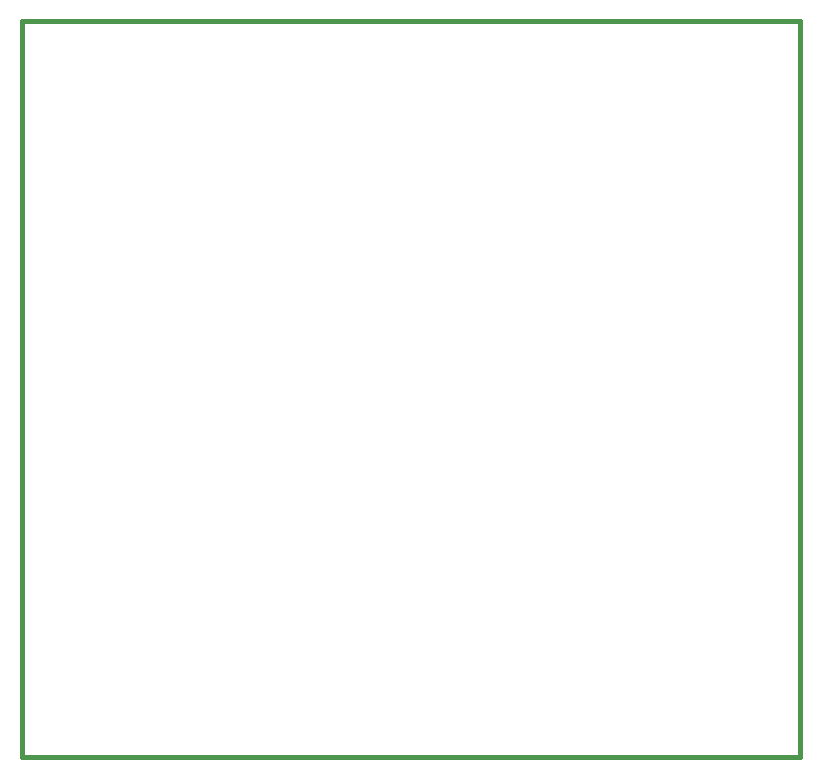
<source format=gbr>
G04 (created by PCBNEW-RS274X (2010-03-14)-final) date lun 07 nov 2011 20:25:05 ART*
G01*
G70*
G90*
%MOIN*%
G04 Gerber Fmt 3.4, Leading zero omitted, Abs format*
%FSLAX34Y34*%
G04 APERTURE LIST*
%ADD10C,0.000100*%
%ADD11C,0.015000*%
G04 APERTURE END LIST*
G54D10*
G54D11*
X33250Y-11250D02*
X33250Y-11450D01*
X59200Y-11250D02*
X33250Y-11250D01*
X59200Y-11800D02*
X59200Y-11250D01*
X59200Y-35800D02*
X59200Y-11800D01*
X33250Y-35800D02*
X59200Y-35800D01*
X33250Y-11350D02*
X33250Y-35800D01*
M02*

</source>
